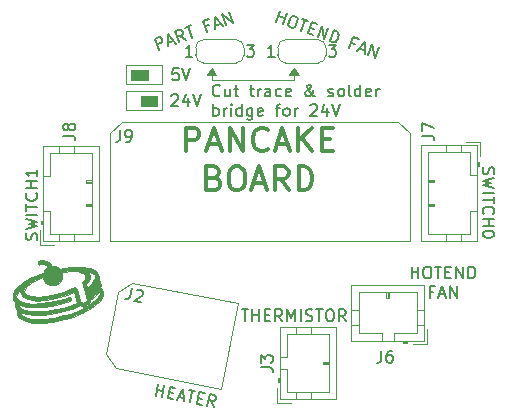
<source format=gbr>
%TF.GenerationSoftware,KiCad,Pcbnew,(5.1.9-0-10_14)*%
%TF.CreationDate,2021-09-12T17:19:37+02:00*%
%TF.ProjectId,v0_miniAB_pancake_board,76305f6d-696e-4694-9142-5f70616e6361,rev?*%
%TF.SameCoordinates,Original*%
%TF.FileFunction,Legend,Top*%
%TF.FilePolarity,Positive*%
%FSLAX46Y46*%
G04 Gerber Fmt 4.6, Leading zero omitted, Abs format (unit mm)*
G04 Created by KiCad (PCBNEW (5.1.9-0-10_14)) date 2021-09-12 17:19:37*
%MOMM*%
%LPD*%
G01*
G04 APERTURE LIST*
%ADD10C,0.300000*%
%ADD11C,0.120000*%
%ADD12C,0.100000*%
%ADD13C,0.150000*%
G04 APERTURE END LIST*
D10*
X93609523Y-94454761D02*
X93609523Y-92454761D01*
X94371428Y-92454761D01*
X94561904Y-92550000D01*
X94657142Y-92645238D01*
X94752380Y-92835714D01*
X94752380Y-93121428D01*
X94657142Y-93311904D01*
X94561904Y-93407142D01*
X94371428Y-93502380D01*
X93609523Y-93502380D01*
X95514285Y-93883333D02*
X96466666Y-93883333D01*
X95323809Y-94454761D02*
X95990476Y-92454761D01*
X96657142Y-94454761D01*
X97323809Y-94454761D02*
X97323809Y-92454761D01*
X98466666Y-94454761D01*
X98466666Y-92454761D01*
X100561904Y-94264285D02*
X100466666Y-94359523D01*
X100180952Y-94454761D01*
X99990476Y-94454761D01*
X99704761Y-94359523D01*
X99514285Y-94169047D01*
X99419047Y-93978571D01*
X99323809Y-93597619D01*
X99323809Y-93311904D01*
X99419047Y-92930952D01*
X99514285Y-92740476D01*
X99704761Y-92550000D01*
X99990476Y-92454761D01*
X100180952Y-92454761D01*
X100466666Y-92550000D01*
X100561904Y-92645238D01*
X101323809Y-93883333D02*
X102276190Y-93883333D01*
X101133333Y-94454761D02*
X101800000Y-92454761D01*
X102466666Y-94454761D01*
X103133333Y-94454761D02*
X103133333Y-92454761D01*
X104276190Y-94454761D02*
X103419047Y-93311904D01*
X104276190Y-92454761D02*
X103133333Y-93597619D01*
X105133333Y-93407142D02*
X105800000Y-93407142D01*
X106085714Y-94454761D02*
X105133333Y-94454761D01*
X105133333Y-92454761D01*
X106085714Y-92454761D01*
X96038095Y-96707142D02*
X96323809Y-96802380D01*
X96419047Y-96897619D01*
X96514285Y-97088095D01*
X96514285Y-97373809D01*
X96419047Y-97564285D01*
X96323809Y-97659523D01*
X96133333Y-97754761D01*
X95371428Y-97754761D01*
X95371428Y-95754761D01*
X96038095Y-95754761D01*
X96228571Y-95850000D01*
X96323809Y-95945238D01*
X96419047Y-96135714D01*
X96419047Y-96326190D01*
X96323809Y-96516666D01*
X96228571Y-96611904D01*
X96038095Y-96707142D01*
X95371428Y-96707142D01*
X97752380Y-95754761D02*
X98133333Y-95754761D01*
X98323809Y-95850000D01*
X98514285Y-96040476D01*
X98609523Y-96421428D01*
X98609523Y-97088095D01*
X98514285Y-97469047D01*
X98323809Y-97659523D01*
X98133333Y-97754761D01*
X97752380Y-97754761D01*
X97561904Y-97659523D01*
X97371428Y-97469047D01*
X97276190Y-97088095D01*
X97276190Y-96421428D01*
X97371428Y-96040476D01*
X97561904Y-95850000D01*
X97752380Y-95754761D01*
X99371428Y-97183333D02*
X100323809Y-97183333D01*
X99180952Y-97754761D02*
X99847619Y-95754761D01*
X100514285Y-97754761D01*
X102323809Y-97754761D02*
X101657142Y-96802380D01*
X101180952Y-97754761D02*
X101180952Y-95754761D01*
X101942857Y-95754761D01*
X102133333Y-95850000D01*
X102228571Y-95945238D01*
X102323809Y-96135714D01*
X102323809Y-96421428D01*
X102228571Y-96611904D01*
X102133333Y-96707142D01*
X101942857Y-96802380D01*
X101180952Y-96802380D01*
X103180952Y-97754761D02*
X103180952Y-95754761D01*
X103657142Y-95754761D01*
X103942857Y-95850000D01*
X104133333Y-96040476D01*
X104228571Y-96230952D01*
X104323809Y-96611904D01*
X104323809Y-96897619D01*
X104228571Y-97278571D01*
X104133333Y-97469047D01*
X103942857Y-97659523D01*
X103657142Y-97754761D01*
X103180952Y-97754761D01*
D11*
X91600000Y-91000000D02*
X91600000Y-89400000D01*
X88600000Y-89400000D02*
X88600000Y-91000000D01*
X88600000Y-91000000D02*
X91600000Y-91000000D01*
X91600000Y-89400000D02*
X88600000Y-89400000D01*
D12*
G36*
X91200000Y-90600000D02*
G01*
X89800000Y-90600000D01*
X89800000Y-89800000D01*
X91200000Y-89800000D01*
X91200000Y-90600000D01*
G37*
X91200000Y-90600000D02*
X89800000Y-90600000D01*
X89800000Y-89800000D01*
X91200000Y-89800000D01*
X91200000Y-90600000D01*
D13*
X92409523Y-89747619D02*
X92457142Y-89700000D01*
X92552380Y-89652380D01*
X92790476Y-89652380D01*
X92885714Y-89700000D01*
X92933333Y-89747619D01*
X92980952Y-89842857D01*
X92980952Y-89938095D01*
X92933333Y-90080952D01*
X92361904Y-90652380D01*
X92980952Y-90652380D01*
X93838095Y-89985714D02*
X93838095Y-90652380D01*
X93600000Y-89604761D02*
X93361904Y-90319047D01*
X93980952Y-90319047D01*
X94219047Y-89652380D02*
X94552380Y-90652380D01*
X94885714Y-89652380D01*
X93009523Y-87452380D02*
X92533333Y-87452380D01*
X92485714Y-87928571D01*
X92533333Y-87880952D01*
X92628571Y-87833333D01*
X92866666Y-87833333D01*
X92961904Y-87880952D01*
X93009523Y-87928571D01*
X93057142Y-88023809D01*
X93057142Y-88261904D01*
X93009523Y-88357142D01*
X92961904Y-88404761D01*
X92866666Y-88452380D01*
X92628571Y-88452380D01*
X92533333Y-88404761D01*
X92485714Y-88357142D01*
X93342857Y-87452380D02*
X93676190Y-88452380D01*
X94009523Y-87452380D01*
D11*
X91600000Y-87200000D02*
X88600000Y-87200000D01*
X91600000Y-88800000D02*
X91600000Y-87200000D01*
X88600000Y-88800000D02*
X91600000Y-88800000D01*
X88600000Y-87200000D02*
X88600000Y-88800000D01*
D12*
G36*
X90400000Y-88400000D02*
G01*
X89000000Y-88400000D01*
X89000000Y-87600000D01*
X90400000Y-87600000D01*
X90400000Y-88400000D01*
G37*
X90400000Y-88400000D02*
X89000000Y-88400000D01*
X89000000Y-87600000D01*
X90400000Y-87600000D01*
X90400000Y-88400000D01*
D13*
X81004761Y-101976190D02*
X81052380Y-101833333D01*
X81052380Y-101595238D01*
X81004761Y-101500000D01*
X80957142Y-101452380D01*
X80861904Y-101404761D01*
X80766666Y-101404761D01*
X80671428Y-101452380D01*
X80623809Y-101500000D01*
X80576190Y-101595238D01*
X80528571Y-101785714D01*
X80480952Y-101880952D01*
X80433333Y-101928571D01*
X80338095Y-101976190D01*
X80242857Y-101976190D01*
X80147619Y-101928571D01*
X80100000Y-101880952D01*
X80052380Y-101785714D01*
X80052380Y-101547619D01*
X80100000Y-101404761D01*
X80052380Y-101071428D02*
X81052380Y-100833333D01*
X80338095Y-100642857D01*
X81052380Y-100452380D01*
X80052380Y-100214285D01*
X81052380Y-99833333D02*
X80052380Y-99833333D01*
X80052380Y-99500000D02*
X80052380Y-98928571D01*
X81052380Y-99214285D02*
X80052380Y-99214285D01*
X80957142Y-98023809D02*
X81004761Y-98071428D01*
X81052380Y-98214285D01*
X81052380Y-98309523D01*
X81004761Y-98452380D01*
X80909523Y-98547619D01*
X80814285Y-98595238D01*
X80623809Y-98642857D01*
X80480952Y-98642857D01*
X80290476Y-98595238D01*
X80195238Y-98547619D01*
X80100000Y-98452380D01*
X80052380Y-98309523D01*
X80052380Y-98214285D01*
X80100000Y-98071428D01*
X80147619Y-98023809D01*
X81052380Y-97595238D02*
X80052380Y-97595238D01*
X80528571Y-97595238D02*
X80528571Y-97023809D01*
X81052380Y-97023809D02*
X80052380Y-97023809D01*
X81052380Y-96023809D02*
X81052380Y-96595238D01*
X81052380Y-96309523D02*
X80052380Y-96309523D01*
X80195238Y-96404761D01*
X80290476Y-96500000D01*
X80338095Y-96595238D01*
X118795238Y-95823809D02*
X118747619Y-95966666D01*
X118747619Y-96204761D01*
X118795238Y-96300000D01*
X118842857Y-96347619D01*
X118938095Y-96395238D01*
X119033333Y-96395238D01*
X119128571Y-96347619D01*
X119176190Y-96300000D01*
X119223809Y-96204761D01*
X119271428Y-96014285D01*
X119319047Y-95919047D01*
X119366666Y-95871428D01*
X119461904Y-95823809D01*
X119557142Y-95823809D01*
X119652380Y-95871428D01*
X119700000Y-95919047D01*
X119747619Y-96014285D01*
X119747619Y-96252380D01*
X119700000Y-96395238D01*
X119747619Y-96728571D02*
X118747619Y-96966666D01*
X119461904Y-97157142D01*
X118747619Y-97347619D01*
X119747619Y-97585714D01*
X118747619Y-97966666D02*
X119747619Y-97966666D01*
X119747619Y-98300000D02*
X119747619Y-98871428D01*
X118747619Y-98585714D02*
X119747619Y-98585714D01*
X118842857Y-99776190D02*
X118795238Y-99728571D01*
X118747619Y-99585714D01*
X118747619Y-99490476D01*
X118795238Y-99347619D01*
X118890476Y-99252380D01*
X118985714Y-99204761D01*
X119176190Y-99157142D01*
X119319047Y-99157142D01*
X119509523Y-99204761D01*
X119604761Y-99252380D01*
X119700000Y-99347619D01*
X119747619Y-99490476D01*
X119747619Y-99585714D01*
X119700000Y-99728571D01*
X119652380Y-99776190D01*
X118747619Y-100204761D02*
X119747619Y-100204761D01*
X119271428Y-100204761D02*
X119271428Y-100776190D01*
X118747619Y-100776190D02*
X119747619Y-100776190D01*
X119747619Y-101442857D02*
X119747619Y-101538095D01*
X119700000Y-101633333D01*
X119652380Y-101680952D01*
X119557142Y-101728571D01*
X119366666Y-101776190D01*
X119128571Y-101776190D01*
X118938095Y-101728571D01*
X118842857Y-101680952D01*
X118795238Y-101633333D01*
X118747619Y-101538095D01*
X118747619Y-101442857D01*
X118795238Y-101347619D01*
X118842857Y-101300000D01*
X118938095Y-101252380D01*
X119128571Y-101204761D01*
X119366666Y-101204761D01*
X119557142Y-101252380D01*
X119652380Y-101300000D01*
X119700000Y-101347619D01*
X119747619Y-101442857D01*
X112733333Y-105227380D02*
X112733333Y-104227380D01*
X112733333Y-104703571D02*
X113304761Y-104703571D01*
X113304761Y-105227380D02*
X113304761Y-104227380D01*
X113971428Y-104227380D02*
X114161904Y-104227380D01*
X114257142Y-104275000D01*
X114352380Y-104370238D01*
X114400000Y-104560714D01*
X114400000Y-104894047D01*
X114352380Y-105084523D01*
X114257142Y-105179761D01*
X114161904Y-105227380D01*
X113971428Y-105227380D01*
X113876190Y-105179761D01*
X113780952Y-105084523D01*
X113733333Y-104894047D01*
X113733333Y-104560714D01*
X113780952Y-104370238D01*
X113876190Y-104275000D01*
X113971428Y-104227380D01*
X114685714Y-104227380D02*
X115257142Y-104227380D01*
X114971428Y-105227380D02*
X114971428Y-104227380D01*
X115590476Y-104703571D02*
X115923809Y-104703571D01*
X116066666Y-105227380D02*
X115590476Y-105227380D01*
X115590476Y-104227380D01*
X116066666Y-104227380D01*
X116495238Y-105227380D02*
X116495238Y-104227380D01*
X117066666Y-105227380D01*
X117066666Y-104227380D01*
X117542857Y-105227380D02*
X117542857Y-104227380D01*
X117780952Y-104227380D01*
X117923809Y-104275000D01*
X118019047Y-104370238D01*
X118066666Y-104465476D01*
X118114285Y-104655952D01*
X118114285Y-104798809D01*
X118066666Y-104989285D01*
X118019047Y-105084523D01*
X117923809Y-105179761D01*
X117780952Y-105227380D01*
X117542857Y-105227380D01*
X114590476Y-106353571D02*
X114257142Y-106353571D01*
X114257142Y-106877380D02*
X114257142Y-105877380D01*
X114733333Y-105877380D01*
X115066666Y-106591666D02*
X115542857Y-106591666D01*
X114971428Y-106877380D02*
X115304761Y-105877380D01*
X115638095Y-106877380D01*
X115971428Y-106877380D02*
X115971428Y-105877380D01*
X116542857Y-106877380D01*
X116542857Y-105877380D01*
X98347619Y-107852380D02*
X98919047Y-107852380D01*
X98633333Y-108852380D02*
X98633333Y-107852380D01*
X99252380Y-108852380D02*
X99252380Y-107852380D01*
X99252380Y-108328571D02*
X99823809Y-108328571D01*
X99823809Y-108852380D02*
X99823809Y-107852380D01*
X100300000Y-108328571D02*
X100633333Y-108328571D01*
X100776190Y-108852380D02*
X100300000Y-108852380D01*
X100300000Y-107852380D01*
X100776190Y-107852380D01*
X101776190Y-108852380D02*
X101442857Y-108376190D01*
X101204761Y-108852380D02*
X101204761Y-107852380D01*
X101585714Y-107852380D01*
X101680952Y-107900000D01*
X101728571Y-107947619D01*
X101776190Y-108042857D01*
X101776190Y-108185714D01*
X101728571Y-108280952D01*
X101680952Y-108328571D01*
X101585714Y-108376190D01*
X101204761Y-108376190D01*
X102204761Y-108852380D02*
X102204761Y-107852380D01*
X102538095Y-108566666D01*
X102871428Y-107852380D01*
X102871428Y-108852380D01*
X103347619Y-108852380D02*
X103347619Y-107852380D01*
X103776190Y-108804761D02*
X103919047Y-108852380D01*
X104157142Y-108852380D01*
X104252380Y-108804761D01*
X104300000Y-108757142D01*
X104347619Y-108661904D01*
X104347619Y-108566666D01*
X104300000Y-108471428D01*
X104252380Y-108423809D01*
X104157142Y-108376190D01*
X103966666Y-108328571D01*
X103871428Y-108280952D01*
X103823809Y-108233333D01*
X103776190Y-108138095D01*
X103776190Y-108042857D01*
X103823809Y-107947619D01*
X103871428Y-107900000D01*
X103966666Y-107852380D01*
X104204761Y-107852380D01*
X104347619Y-107900000D01*
X104633333Y-107852380D02*
X105204761Y-107852380D01*
X104919047Y-108852380D02*
X104919047Y-107852380D01*
X105728571Y-107852380D02*
X105919047Y-107852380D01*
X106014285Y-107900000D01*
X106109523Y-107995238D01*
X106157142Y-108185714D01*
X106157142Y-108519047D01*
X106109523Y-108709523D01*
X106014285Y-108804761D01*
X105919047Y-108852380D01*
X105728571Y-108852380D01*
X105633333Y-108804761D01*
X105538095Y-108709523D01*
X105490476Y-108519047D01*
X105490476Y-108185714D01*
X105538095Y-107995238D01*
X105633333Y-107900000D01*
X105728571Y-107852380D01*
X107157142Y-108852380D02*
X106823809Y-108376190D01*
X106585714Y-108852380D02*
X106585714Y-107852380D01*
X106966666Y-107852380D01*
X107061904Y-107900000D01*
X107109523Y-107947619D01*
X107157142Y-108042857D01*
X107157142Y-108185714D01*
X107109523Y-108280952D01*
X107061904Y-108328571D01*
X106966666Y-108376190D01*
X106585714Y-108376190D01*
X91059613Y-115167046D02*
X91250422Y-114185419D01*
X91159561Y-114652861D02*
X91720491Y-114761894D01*
X91620543Y-115276080D02*
X91811352Y-114294453D01*
X92187932Y-114852756D02*
X92515141Y-114916359D01*
X92555426Y-115457803D02*
X92087985Y-115366942D01*
X92278794Y-114385314D01*
X92746235Y-114476176D01*
X92983896Y-115250027D02*
X93451338Y-115340889D01*
X92835891Y-115512320D02*
X93353909Y-114594296D01*
X93490309Y-115639526D01*
X93868095Y-114694243D02*
X94429024Y-114803277D01*
X93957751Y-115730387D02*
X94148560Y-114748760D01*
X94665372Y-115334321D02*
X94992581Y-115397924D01*
X95032866Y-115939369D02*
X94565425Y-115848507D01*
X94756234Y-114866880D01*
X95223675Y-114957741D01*
X96014493Y-116130178D02*
X95778146Y-115599133D01*
X95453563Y-116021144D02*
X95644372Y-115039517D01*
X96018326Y-115112206D01*
X96102728Y-115177122D01*
X96140386Y-115232953D01*
X96168958Y-115335527D01*
X96141699Y-115475759D01*
X96076783Y-115560162D01*
X96020953Y-115597820D01*
X95918378Y-115626391D01*
X95544425Y-115553702D01*
X96507023Y-89732142D02*
X96459404Y-89779761D01*
X96316547Y-89827380D01*
X96221309Y-89827380D01*
X96078452Y-89779761D01*
X95983214Y-89684523D01*
X95935595Y-89589285D01*
X95887976Y-89398809D01*
X95887976Y-89255952D01*
X95935595Y-89065476D01*
X95983214Y-88970238D01*
X96078452Y-88875000D01*
X96221309Y-88827380D01*
X96316547Y-88827380D01*
X96459404Y-88875000D01*
X96507023Y-88922619D01*
X97364166Y-89160714D02*
X97364166Y-89827380D01*
X96935595Y-89160714D02*
X96935595Y-89684523D01*
X96983214Y-89779761D01*
X97078452Y-89827380D01*
X97221309Y-89827380D01*
X97316547Y-89779761D01*
X97364166Y-89732142D01*
X97697500Y-89160714D02*
X98078452Y-89160714D01*
X97840357Y-88827380D02*
X97840357Y-89684523D01*
X97887976Y-89779761D01*
X97983214Y-89827380D01*
X98078452Y-89827380D01*
X99030833Y-89160714D02*
X99411785Y-89160714D01*
X99173690Y-88827380D02*
X99173690Y-89684523D01*
X99221309Y-89779761D01*
X99316547Y-89827380D01*
X99411785Y-89827380D01*
X99745119Y-89827380D02*
X99745119Y-89160714D01*
X99745119Y-89351190D02*
X99792738Y-89255952D01*
X99840357Y-89208333D01*
X99935595Y-89160714D01*
X100030833Y-89160714D01*
X100792738Y-89827380D02*
X100792738Y-89303571D01*
X100745119Y-89208333D01*
X100649880Y-89160714D01*
X100459404Y-89160714D01*
X100364166Y-89208333D01*
X100792738Y-89779761D02*
X100697500Y-89827380D01*
X100459404Y-89827380D01*
X100364166Y-89779761D01*
X100316547Y-89684523D01*
X100316547Y-89589285D01*
X100364166Y-89494047D01*
X100459404Y-89446428D01*
X100697500Y-89446428D01*
X100792738Y-89398809D01*
X101697500Y-89779761D02*
X101602261Y-89827380D01*
X101411785Y-89827380D01*
X101316547Y-89779761D01*
X101268928Y-89732142D01*
X101221309Y-89636904D01*
X101221309Y-89351190D01*
X101268928Y-89255952D01*
X101316547Y-89208333D01*
X101411785Y-89160714D01*
X101602261Y-89160714D01*
X101697500Y-89208333D01*
X102507023Y-89779761D02*
X102411785Y-89827380D01*
X102221309Y-89827380D01*
X102126071Y-89779761D01*
X102078452Y-89684523D01*
X102078452Y-89303571D01*
X102126071Y-89208333D01*
X102221309Y-89160714D01*
X102411785Y-89160714D01*
X102507023Y-89208333D01*
X102554642Y-89303571D01*
X102554642Y-89398809D01*
X102078452Y-89494047D01*
X104554642Y-89827380D02*
X104507023Y-89827380D01*
X104411785Y-89779761D01*
X104268928Y-89636904D01*
X104030833Y-89351190D01*
X103935595Y-89208333D01*
X103887976Y-89065476D01*
X103887976Y-88970238D01*
X103935595Y-88875000D01*
X104030833Y-88827380D01*
X104078452Y-88827380D01*
X104173690Y-88875000D01*
X104221309Y-88970238D01*
X104221309Y-89017857D01*
X104173690Y-89113095D01*
X104126071Y-89160714D01*
X103840357Y-89351190D01*
X103792738Y-89398809D01*
X103745119Y-89494047D01*
X103745119Y-89636904D01*
X103792738Y-89732142D01*
X103840357Y-89779761D01*
X103935595Y-89827380D01*
X104078452Y-89827380D01*
X104173690Y-89779761D01*
X104221309Y-89732142D01*
X104364166Y-89541666D01*
X104411785Y-89398809D01*
X104411785Y-89303571D01*
X105697500Y-89779761D02*
X105792738Y-89827380D01*
X105983214Y-89827380D01*
X106078452Y-89779761D01*
X106126071Y-89684523D01*
X106126071Y-89636904D01*
X106078452Y-89541666D01*
X105983214Y-89494047D01*
X105840357Y-89494047D01*
X105745119Y-89446428D01*
X105697500Y-89351190D01*
X105697500Y-89303571D01*
X105745119Y-89208333D01*
X105840357Y-89160714D01*
X105983214Y-89160714D01*
X106078452Y-89208333D01*
X106697500Y-89827380D02*
X106602261Y-89779761D01*
X106554642Y-89732142D01*
X106507023Y-89636904D01*
X106507023Y-89351190D01*
X106554642Y-89255952D01*
X106602261Y-89208333D01*
X106697500Y-89160714D01*
X106840357Y-89160714D01*
X106935595Y-89208333D01*
X106983214Y-89255952D01*
X107030833Y-89351190D01*
X107030833Y-89636904D01*
X106983214Y-89732142D01*
X106935595Y-89779761D01*
X106840357Y-89827380D01*
X106697500Y-89827380D01*
X107602261Y-89827380D02*
X107507023Y-89779761D01*
X107459404Y-89684523D01*
X107459404Y-88827380D01*
X108411785Y-89827380D02*
X108411785Y-88827380D01*
X108411785Y-89779761D02*
X108316547Y-89827380D01*
X108126071Y-89827380D01*
X108030833Y-89779761D01*
X107983214Y-89732142D01*
X107935595Y-89636904D01*
X107935595Y-89351190D01*
X107983214Y-89255952D01*
X108030833Y-89208333D01*
X108126071Y-89160714D01*
X108316547Y-89160714D01*
X108411785Y-89208333D01*
X109268928Y-89779761D02*
X109173690Y-89827380D01*
X108983214Y-89827380D01*
X108887976Y-89779761D01*
X108840357Y-89684523D01*
X108840357Y-89303571D01*
X108887976Y-89208333D01*
X108983214Y-89160714D01*
X109173690Y-89160714D01*
X109268928Y-89208333D01*
X109316547Y-89303571D01*
X109316547Y-89398809D01*
X108840357Y-89494047D01*
X109745119Y-89827380D02*
X109745119Y-89160714D01*
X109745119Y-89351190D02*
X109792738Y-89255952D01*
X109840357Y-89208333D01*
X109935595Y-89160714D01*
X110030833Y-89160714D01*
X95935595Y-91477380D02*
X95935595Y-90477380D01*
X95935595Y-90858333D02*
X96030833Y-90810714D01*
X96221309Y-90810714D01*
X96316547Y-90858333D01*
X96364166Y-90905952D01*
X96411785Y-91001190D01*
X96411785Y-91286904D01*
X96364166Y-91382142D01*
X96316547Y-91429761D01*
X96221309Y-91477380D01*
X96030833Y-91477380D01*
X95935595Y-91429761D01*
X96840357Y-91477380D02*
X96840357Y-90810714D01*
X96840357Y-91001190D02*
X96887976Y-90905952D01*
X96935595Y-90858333D01*
X97030833Y-90810714D01*
X97126071Y-90810714D01*
X97459404Y-91477380D02*
X97459404Y-90810714D01*
X97459404Y-90477380D02*
X97411785Y-90525000D01*
X97459404Y-90572619D01*
X97507023Y-90525000D01*
X97459404Y-90477380D01*
X97459404Y-90572619D01*
X98364166Y-91477380D02*
X98364166Y-90477380D01*
X98364166Y-91429761D02*
X98268928Y-91477380D01*
X98078452Y-91477380D01*
X97983214Y-91429761D01*
X97935595Y-91382142D01*
X97887976Y-91286904D01*
X97887976Y-91001190D01*
X97935595Y-90905952D01*
X97983214Y-90858333D01*
X98078452Y-90810714D01*
X98268928Y-90810714D01*
X98364166Y-90858333D01*
X99268928Y-90810714D02*
X99268928Y-91620238D01*
X99221309Y-91715476D01*
X99173690Y-91763095D01*
X99078452Y-91810714D01*
X98935595Y-91810714D01*
X98840357Y-91763095D01*
X99268928Y-91429761D02*
X99173690Y-91477380D01*
X98983214Y-91477380D01*
X98887976Y-91429761D01*
X98840357Y-91382142D01*
X98792738Y-91286904D01*
X98792738Y-91001190D01*
X98840357Y-90905952D01*
X98887976Y-90858333D01*
X98983214Y-90810714D01*
X99173690Y-90810714D01*
X99268928Y-90858333D01*
X100126071Y-91429761D02*
X100030833Y-91477380D01*
X99840357Y-91477380D01*
X99745119Y-91429761D01*
X99697500Y-91334523D01*
X99697500Y-90953571D01*
X99745119Y-90858333D01*
X99840357Y-90810714D01*
X100030833Y-90810714D01*
X100126071Y-90858333D01*
X100173690Y-90953571D01*
X100173690Y-91048809D01*
X99697500Y-91144047D01*
X101221309Y-90810714D02*
X101602261Y-90810714D01*
X101364166Y-91477380D02*
X101364166Y-90620238D01*
X101411785Y-90525000D01*
X101507023Y-90477380D01*
X101602261Y-90477380D01*
X102078452Y-91477380D02*
X101983214Y-91429761D01*
X101935595Y-91382142D01*
X101887976Y-91286904D01*
X101887976Y-91001190D01*
X101935595Y-90905952D01*
X101983214Y-90858333D01*
X102078452Y-90810714D01*
X102221309Y-90810714D01*
X102316547Y-90858333D01*
X102364166Y-90905952D01*
X102411785Y-91001190D01*
X102411785Y-91286904D01*
X102364166Y-91382142D01*
X102316547Y-91429761D01*
X102221309Y-91477380D01*
X102078452Y-91477380D01*
X102840357Y-91477380D02*
X102840357Y-90810714D01*
X102840357Y-91001190D02*
X102887976Y-90905952D01*
X102935595Y-90858333D01*
X103030833Y-90810714D01*
X103126071Y-90810714D01*
X104173690Y-90572619D02*
X104221309Y-90525000D01*
X104316547Y-90477380D01*
X104554642Y-90477380D01*
X104649880Y-90525000D01*
X104697500Y-90572619D01*
X104745119Y-90667857D01*
X104745119Y-90763095D01*
X104697500Y-90905952D01*
X104126071Y-91477380D01*
X104745119Y-91477380D01*
X105602261Y-90810714D02*
X105602261Y-91477380D01*
X105364166Y-90429761D02*
X105126071Y-91144047D01*
X105745119Y-91144047D01*
X105983214Y-90477380D02*
X106316547Y-91477380D01*
X106649880Y-90477380D01*
D11*
X95800000Y-88000000D02*
X95800000Y-88400000D01*
X95800000Y-88400000D02*
X95800000Y-88000000D01*
X102800000Y-88400000D02*
X95800000Y-88400000D01*
X102800000Y-88000000D02*
X102800000Y-88400000D01*
D12*
G36*
X96200000Y-88000000D02*
G01*
X95400000Y-88000000D01*
X95800000Y-87400000D01*
X96200000Y-88000000D01*
G37*
X96200000Y-88000000D02*
X95400000Y-88000000D01*
X95800000Y-87400000D01*
X96200000Y-88000000D01*
G36*
X103200000Y-88000000D02*
G01*
X102400000Y-88000000D01*
X102800000Y-87400000D01*
X103200000Y-88000000D01*
G37*
X103200000Y-88000000D02*
X102400000Y-88000000D01*
X102800000Y-87400000D01*
X103200000Y-88000000D01*
D13*
X101283780Y-83510438D02*
X101625800Y-82570745D01*
X101462934Y-83018218D02*
X101999901Y-83213658D01*
X101820747Y-83705878D02*
X102162768Y-82766185D01*
X102789229Y-82994199D02*
X102968218Y-83059345D01*
X103041426Y-83136666D01*
X103098347Y-83258734D01*
X103077948Y-83454010D01*
X102963941Y-83767241D01*
X102854047Y-83929943D01*
X102731979Y-83986864D01*
X102626198Y-83999038D01*
X102447209Y-83933891D01*
X102374001Y-83856571D01*
X102317080Y-83734503D01*
X102337480Y-83539227D01*
X102451486Y-83225996D01*
X102561380Y-83063294D01*
X102683448Y-83006373D01*
X102789229Y-82994199D01*
X103460438Y-83238499D02*
X103997406Y-83433939D01*
X103386902Y-84275912D02*
X103728922Y-83336219D01*
X104147770Y-83995418D02*
X104461001Y-84109425D01*
X104416089Y-84650505D02*
X103968616Y-84487638D01*
X104310636Y-83547946D01*
X104758109Y-83710812D01*
X104818814Y-84797085D02*
X105160834Y-83857392D01*
X105355782Y-84992525D01*
X105697802Y-84052833D01*
X105803254Y-85155392D02*
X106145274Y-84215699D01*
X106369011Y-84297133D01*
X106486966Y-84390740D01*
X106543887Y-84512808D01*
X106556061Y-84618589D01*
X106535662Y-84813865D01*
X106486802Y-84948107D01*
X106376908Y-85110809D01*
X106299587Y-85184017D01*
X106177519Y-85240938D01*
X106026991Y-85236825D01*
X105803254Y-85155392D01*
X107951287Y-85379786D02*
X107638057Y-85265779D01*
X107458903Y-85757999D02*
X107800923Y-84818306D01*
X108248396Y-84981173D01*
X108317327Y-85766389D02*
X108764799Y-85929255D01*
X108130112Y-86002299D02*
X108785363Y-85176613D01*
X108756574Y-86230312D01*
X109069805Y-86344319D02*
X109411825Y-85404626D01*
X109606772Y-86539759D01*
X109948792Y-85600067D01*
X91322414Y-85865166D02*
X90980394Y-84925473D01*
X91338372Y-84795180D01*
X91444153Y-84807354D01*
X91505187Y-84835814D01*
X91582508Y-84909022D01*
X91631368Y-85043264D01*
X91619194Y-85149045D01*
X91590733Y-85210079D01*
X91517526Y-85287400D01*
X91159547Y-85417693D01*
X92119639Y-85270949D02*
X92567112Y-85108082D01*
X92127865Y-85572006D02*
X92099076Y-84518306D01*
X92754327Y-85343992D01*
X93604525Y-85034545D02*
X93128427Y-84701079D01*
X93067558Y-85229985D02*
X92725537Y-84290293D01*
X93083516Y-84159999D01*
X93189297Y-84172173D01*
X93250331Y-84200634D01*
X93327651Y-84273842D01*
X93376511Y-84408084D01*
X93364337Y-84513865D01*
X93335877Y-84574899D01*
X93262669Y-84652219D01*
X92904691Y-84782513D01*
X93530988Y-83997133D02*
X94067955Y-83801693D01*
X94141492Y-84839105D02*
X93799472Y-83899413D01*
X95573240Y-83760565D02*
X95260009Y-83874572D01*
X95439163Y-84366792D02*
X95097143Y-83427099D01*
X95544615Y-83264232D01*
X96102146Y-83821435D02*
X96549619Y-83658568D01*
X96110372Y-84122492D02*
X96081583Y-83068792D01*
X96736834Y-83894478D01*
X97050064Y-83780471D02*
X96708044Y-82840779D01*
X97587032Y-83585031D01*
X97245011Y-82645339D01*
D12*
%TO.C,REF\u002A\u002A*%
G36*
X81651979Y-105080973D02*
G01*
X81410497Y-105145678D01*
X80953416Y-105371680D01*
X80544631Y-105584741D01*
X80210025Y-105881454D01*
X79972011Y-106152284D01*
X79940123Y-106419648D01*
X80149717Y-106622306D01*
X80600792Y-106760260D01*
X81122578Y-106775740D01*
X81789252Y-106752396D01*
X82623230Y-106580696D01*
X83347674Y-106386582D01*
X83853052Y-106147639D01*
X84226481Y-105995815D01*
X84336015Y-106018229D01*
X84423134Y-106150177D01*
X84681953Y-107116103D01*
X84418057Y-107290341D01*
X84172179Y-106372712D01*
X83521913Y-106650478D01*
X82266209Y-106986943D01*
X81055334Y-107104340D01*
X80301541Y-106995736D01*
X79947058Y-106831900D01*
X79750405Y-106677538D01*
X79650345Y-106497294D01*
X79598582Y-106304108D01*
X79656351Y-106133338D01*
X79418337Y-106404168D01*
X79312271Y-106587880D01*
X79267443Y-106806947D01*
X79293324Y-106903540D01*
X79441681Y-107070843D01*
X79734926Y-107199324D01*
X80124764Y-107301922D01*
X80659491Y-107365698D01*
X81326165Y-107342354D01*
X82076492Y-107244832D01*
X82910469Y-107073133D01*
X83393432Y-106943723D01*
X83766862Y-106791899D01*
X83889336Y-106862610D01*
X83928159Y-107007499D01*
X83857448Y-107129973D01*
X82311967Y-107544084D01*
X81561641Y-107641605D01*
X80846670Y-107677890D01*
X80215351Y-107639996D01*
X79838454Y-107585694D01*
X79545208Y-107457213D01*
X79448616Y-107483095D01*
X79346017Y-107872933D01*
X79184720Y-107657334D01*
X79132956Y-107464148D01*
X79177785Y-107245081D01*
X79016488Y-107029482D01*
X78964724Y-106836297D01*
X78996612Y-106568933D01*
X79195803Y-106153214D01*
X79565765Y-105795264D01*
X79996964Y-105472669D01*
X80621348Y-105098310D01*
X81139666Y-104907664D01*
X81561392Y-104742899D01*
X81651979Y-105080973D01*
G37*
X81651979Y-105080973D02*
X81410497Y-105145678D01*
X80953416Y-105371680D01*
X80544631Y-105584741D01*
X80210025Y-105881454D01*
X79972011Y-106152284D01*
X79940123Y-106419648D01*
X80149717Y-106622306D01*
X80600792Y-106760260D01*
X81122578Y-106775740D01*
X81789252Y-106752396D01*
X82623230Y-106580696D01*
X83347674Y-106386582D01*
X83853052Y-106147639D01*
X84226481Y-105995815D01*
X84336015Y-106018229D01*
X84423134Y-106150177D01*
X84681953Y-107116103D01*
X84418057Y-107290341D01*
X84172179Y-106372712D01*
X83521913Y-106650478D01*
X82266209Y-106986943D01*
X81055334Y-107104340D01*
X80301541Y-106995736D01*
X79947058Y-106831900D01*
X79750405Y-106677538D01*
X79650345Y-106497294D01*
X79598582Y-106304108D01*
X79656351Y-106133338D01*
X79418337Y-106404168D01*
X79312271Y-106587880D01*
X79267443Y-106806947D01*
X79293324Y-106903540D01*
X79441681Y-107070843D01*
X79734926Y-107199324D01*
X80124764Y-107301922D01*
X80659491Y-107365698D01*
X81326165Y-107342354D01*
X82076492Y-107244832D01*
X82910469Y-107073133D01*
X83393432Y-106943723D01*
X83766862Y-106791899D01*
X83889336Y-106862610D01*
X83928159Y-107007499D01*
X83857448Y-107129973D01*
X82311967Y-107544084D01*
X81561641Y-107641605D01*
X80846670Y-107677890D01*
X80215351Y-107639996D01*
X79838454Y-107585694D01*
X79545208Y-107457213D01*
X79448616Y-107483095D01*
X79346017Y-107872933D01*
X79184720Y-107657334D01*
X79132956Y-107464148D01*
X79177785Y-107245081D01*
X79016488Y-107029482D01*
X78964724Y-106836297D01*
X78996612Y-106568933D01*
X79195803Y-106153214D01*
X79565765Y-105795264D01*
X79996964Y-105472669D01*
X80621348Y-105098310D01*
X81139666Y-104907664D01*
X81561392Y-104742899D01*
X81651979Y-105080973D01*
G36*
X79548676Y-107663340D02*
G01*
X79745329Y-107817702D01*
X80367175Y-108013425D01*
X81095086Y-108025437D01*
X81810057Y-107989153D01*
X82705272Y-107852808D01*
X83526309Y-107632812D01*
X84418057Y-107290341D01*
X84681953Y-107116103D01*
X84769072Y-107248051D01*
X84939843Y-107305821D01*
X85084732Y-107266998D01*
X85226153Y-107022049D01*
X85541813Y-107040996D01*
X85496984Y-107260063D01*
X85258970Y-107530894D01*
X84969192Y-107608539D01*
X84750125Y-107563711D01*
X84627651Y-107493000D01*
X84267162Y-107693120D01*
X83603955Y-107922590D01*
X82589733Y-108194350D01*
X81584984Y-108308280D01*
X80821717Y-108357505D01*
X80129161Y-108284256D01*
X79616848Y-108110947D01*
X79716908Y-108291191D01*
X79974798Y-108480909D01*
X80487111Y-108654218D01*
X81530682Y-108685177D01*
X82425897Y-108548832D01*
X83308171Y-108364191D01*
X83385817Y-108653969D01*
X82999447Y-108757497D01*
X82310358Y-108890374D01*
X81560032Y-108987896D01*
X80625994Y-108979351D01*
X80078326Y-108867279D01*
X79723843Y-108703444D01*
X79404716Y-108478371D01*
X79314130Y-108140297D01*
X79346017Y-107872933D01*
X79448616Y-107483095D01*
X79548676Y-107663340D01*
G37*
X79548676Y-107663340D02*
X79745329Y-107817702D01*
X80367175Y-108013425D01*
X81095086Y-108025437D01*
X81810057Y-107989153D01*
X82705272Y-107852808D01*
X83526309Y-107632812D01*
X84418057Y-107290341D01*
X84681953Y-107116103D01*
X84769072Y-107248051D01*
X84939843Y-107305821D01*
X85084732Y-107266998D01*
X85226153Y-107022049D01*
X85541813Y-107040996D01*
X85496984Y-107260063D01*
X85258970Y-107530894D01*
X84969192Y-107608539D01*
X84750125Y-107563711D01*
X84627651Y-107493000D01*
X84267162Y-107693120D01*
X83603955Y-107922590D01*
X82589733Y-108194350D01*
X81584984Y-108308280D01*
X80821717Y-108357505D01*
X80129161Y-108284256D01*
X79616848Y-108110947D01*
X79716908Y-108291191D01*
X79974798Y-108480909D01*
X80487111Y-108654218D01*
X81530682Y-108685177D01*
X82425897Y-108548832D01*
X83308171Y-108364191D01*
X83385817Y-108653969D01*
X82999447Y-108757497D01*
X82310358Y-108890374D01*
X81560032Y-108987896D01*
X80625994Y-108979351D01*
X80078326Y-108867279D01*
X79723843Y-108703444D01*
X79404716Y-108478371D01*
X79314130Y-108140297D01*
X79346017Y-107872933D01*
X79448616Y-107483095D01*
X79548676Y-107663340D01*
G36*
X85353704Y-105952595D02*
G01*
X85688311Y-105655883D01*
X85971154Y-105165985D01*
X85919390Y-104972800D01*
X85648559Y-104734786D01*
X85307017Y-104619246D01*
X85455374Y-104786549D01*
X85533019Y-105076327D01*
X85417480Y-105417869D01*
X85179466Y-105688700D01*
X85257112Y-105978477D01*
X84993216Y-106152716D01*
X84837924Y-105573160D01*
X85075938Y-105302329D01*
X85120767Y-105083262D01*
X85069003Y-104890077D01*
X84824054Y-104748656D01*
X84482513Y-104633116D01*
X84070261Y-104640051D01*
X83052571Y-104705685D01*
X82974925Y-104415907D01*
X83264703Y-104338262D01*
X83966733Y-104253681D01*
X84791237Y-104239811D01*
X85545031Y-104348415D01*
X86034929Y-104631258D01*
X86209168Y-104895154D01*
X86260931Y-105088339D01*
X86241984Y-105403999D01*
X86390341Y-105571302D01*
X86442105Y-105764487D01*
X86397276Y-105983554D01*
X86545632Y-106150857D01*
X86623278Y-106440635D01*
X86578449Y-106659702D01*
X86392199Y-107123718D01*
X85626393Y-107743026D01*
X84808824Y-108169148D01*
X84061965Y-108472796D01*
X83385817Y-108653969D01*
X83308171Y-108364191D01*
X83887727Y-108208900D01*
X84634586Y-107905252D01*
X85452155Y-107479130D01*
X85883354Y-107156535D01*
X86192079Y-106763230D01*
X86333500Y-106518281D01*
X86281736Y-106325096D01*
X85973012Y-106718401D01*
X85541813Y-107040996D01*
X85226153Y-107022049D01*
X84993216Y-106152716D01*
X85353704Y-105952595D01*
G37*
X85353704Y-105952595D02*
X85688311Y-105655883D01*
X85971154Y-105165985D01*
X85919390Y-104972800D01*
X85648559Y-104734786D01*
X85307017Y-104619246D01*
X85455374Y-104786549D01*
X85533019Y-105076327D01*
X85417480Y-105417869D01*
X85179466Y-105688700D01*
X85257112Y-105978477D01*
X84993216Y-106152716D01*
X84837924Y-105573160D01*
X85075938Y-105302329D01*
X85120767Y-105083262D01*
X85069003Y-104890077D01*
X84824054Y-104748656D01*
X84482513Y-104633116D01*
X84070261Y-104640051D01*
X83052571Y-104705685D01*
X82974925Y-104415907D01*
X83264703Y-104338262D01*
X83966733Y-104253681D01*
X84791237Y-104239811D01*
X85545031Y-104348415D01*
X86034929Y-104631258D01*
X86209168Y-104895154D01*
X86260931Y-105088339D01*
X86241984Y-105403999D01*
X86390341Y-105571302D01*
X86442105Y-105764487D01*
X86397276Y-105983554D01*
X86545632Y-106150857D01*
X86623278Y-106440635D01*
X86578449Y-106659702D01*
X86392199Y-107123718D01*
X85626393Y-107743026D01*
X84808824Y-108169148D01*
X84061965Y-108472796D01*
X83385817Y-108653969D01*
X83308171Y-108364191D01*
X83887727Y-108208900D01*
X84634586Y-107905252D01*
X85452155Y-107479130D01*
X85883354Y-107156535D01*
X86192079Y-106763230D01*
X86333500Y-106518281D01*
X86281736Y-106325096D01*
X85973012Y-106718401D01*
X85541813Y-107040996D01*
X85226153Y-107022049D01*
X84993216Y-106152716D01*
X85353704Y-105952595D01*
G36*
X81733092Y-105576877D02*
G01*
X81532972Y-105216388D01*
X81551918Y-104900729D01*
X81596747Y-104681661D01*
X81738169Y-104436713D01*
X81905472Y-104288356D01*
X81879590Y-104191764D01*
X81634641Y-104050342D01*
X81318981Y-104031395D01*
X81222389Y-104057277D01*
X81099914Y-103986567D01*
X81074032Y-103889974D01*
X81144743Y-103767499D01*
X81434521Y-103689854D01*
X81872655Y-103779511D01*
X82117604Y-103920933D01*
X82291842Y-104184829D01*
X82607502Y-104203775D01*
X82974925Y-104415907D01*
X83175045Y-104776396D01*
X83181981Y-105188648D01*
X82969848Y-105556072D01*
X82609360Y-105756192D01*
X82100515Y-105789009D01*
X81733092Y-105576877D01*
G37*
X81733092Y-105576877D02*
X81532972Y-105216388D01*
X81551918Y-104900729D01*
X81596747Y-104681661D01*
X81738169Y-104436713D01*
X81905472Y-104288356D01*
X81879590Y-104191764D01*
X81634641Y-104050342D01*
X81318981Y-104031395D01*
X81222389Y-104057277D01*
X81099914Y-103986567D01*
X81074032Y-103889974D01*
X81144743Y-103767499D01*
X81434521Y-103689854D01*
X81872655Y-103779511D01*
X82117604Y-103920933D01*
X82291842Y-104184829D01*
X82607502Y-104203775D01*
X82974925Y-104415907D01*
X83175045Y-104776396D01*
X83181981Y-105188648D01*
X82969848Y-105556072D01*
X82609360Y-105756192D01*
X82100515Y-105789009D01*
X81733092Y-105576877D01*
D11*
%TO.C,J11*%
X101400000Y-86300000D02*
X101400000Y-85700000D01*
X104850000Y-87000000D02*
X102050000Y-87000000D01*
X105500000Y-85700000D02*
X105500000Y-86300000D01*
X102050000Y-85000000D02*
X104850000Y-85000000D01*
X101400000Y-85700000D02*
G75*
G02*
X102100000Y-85000000I700000J0D01*
G01*
X102100000Y-87000000D02*
G75*
G02*
X101400000Y-86300000I0J700000D01*
G01*
X105500000Y-86300000D02*
G75*
G02*
X104800000Y-87000000I-700000J0D01*
G01*
X104800000Y-85000000D02*
G75*
G02*
X105500000Y-85700000I0J-700000D01*
G01*
%TO.C,J10*%
X94450000Y-86300000D02*
X94450000Y-85700000D01*
X97900000Y-87000000D02*
X95100000Y-87000000D01*
X98550000Y-85700000D02*
X98550000Y-86300000D01*
X95100000Y-85000000D02*
X97900000Y-85000000D01*
X94450000Y-85700000D02*
G75*
G02*
X95150000Y-85000000I700000J0D01*
G01*
X95150000Y-87000000D02*
G75*
G02*
X94450000Y-86300000I0J700000D01*
G01*
X98550000Y-86300000D02*
G75*
G02*
X97850000Y-87000000I-700000J0D01*
G01*
X97850000Y-85000000D02*
G75*
G02*
X98550000Y-85700000I0J-700000D01*
G01*
%TO.C,J9*%
X112565000Y-102090000D02*
X87195000Y-102090000D01*
X112565000Y-92960000D02*
X112565000Y-102090000D01*
X111565000Y-91960000D02*
X112565000Y-92960000D01*
X88195000Y-91960000D02*
X111565000Y-91960000D01*
X87195000Y-92960000D02*
X88195000Y-91960000D01*
X87195000Y-102090000D02*
X87195000Y-92960000D01*
%TO.C,J8*%
X81240000Y-102400000D02*
X82490000Y-102400000D01*
X81240000Y-101150000D02*
X81240000Y-102400000D01*
X85650000Y-97040000D02*
X85150000Y-97040000D01*
X85150000Y-96940000D02*
X85650000Y-96940000D01*
X85150000Y-97140000D02*
X85150000Y-96940000D01*
X85650000Y-97140000D02*
X85150000Y-97140000D01*
X85650000Y-99040000D02*
X85150000Y-99040000D01*
X85150000Y-98940000D02*
X85650000Y-98940000D01*
X85150000Y-99140000D02*
X85150000Y-98940000D01*
X85650000Y-99140000D02*
X85150000Y-99140000D01*
X84150000Y-93980000D02*
X84150000Y-94590000D01*
X82850000Y-93980000D02*
X82850000Y-94590000D01*
X84150000Y-102100000D02*
X84150000Y-101490000D01*
X82850000Y-102100000D02*
X82850000Y-101490000D01*
X82150000Y-96540000D02*
X81540000Y-96540000D01*
X82150000Y-94590000D02*
X82150000Y-96540000D01*
X85650000Y-94590000D02*
X82150000Y-94590000D01*
X85650000Y-101490000D02*
X85650000Y-94590000D01*
X82150000Y-101490000D02*
X85650000Y-101490000D01*
X82150000Y-99540000D02*
X82150000Y-101490000D01*
X81540000Y-99540000D02*
X82150000Y-99540000D01*
X81440000Y-100340000D02*
X81440000Y-100640000D01*
X81340000Y-100640000D02*
X81540000Y-100640000D01*
X81340000Y-100340000D02*
X81340000Y-100640000D01*
X81540000Y-100340000D02*
X81340000Y-100340000D01*
X81540000Y-93980000D02*
X81540000Y-102100000D01*
X86260000Y-93980000D02*
X81540000Y-93980000D01*
X86260000Y-102100000D02*
X86260000Y-93980000D01*
X81540000Y-102100000D02*
X86260000Y-102100000D01*
%TO.C,J7*%
X118560000Y-93640000D02*
X117310000Y-93640000D01*
X118560000Y-94890000D02*
X118560000Y-93640000D01*
X114150000Y-99000000D02*
X114650000Y-99000000D01*
X114650000Y-99100000D02*
X114150000Y-99100000D01*
X114650000Y-98900000D02*
X114650000Y-99100000D01*
X114150000Y-98900000D02*
X114650000Y-98900000D01*
X114150000Y-97000000D02*
X114650000Y-97000000D01*
X114650000Y-97100000D02*
X114150000Y-97100000D01*
X114650000Y-96900000D02*
X114650000Y-97100000D01*
X114150000Y-96900000D02*
X114650000Y-96900000D01*
X115650000Y-102060000D02*
X115650000Y-101450000D01*
X116950000Y-102060000D02*
X116950000Y-101450000D01*
X115650000Y-93940000D02*
X115650000Y-94550000D01*
X116950000Y-93940000D02*
X116950000Y-94550000D01*
X117650000Y-99500000D02*
X118260000Y-99500000D01*
X117650000Y-101450000D02*
X117650000Y-99500000D01*
X114150000Y-101450000D02*
X117650000Y-101450000D01*
X114150000Y-94550000D02*
X114150000Y-101450000D01*
X117650000Y-94550000D02*
X114150000Y-94550000D01*
X117650000Y-96500000D02*
X117650000Y-94550000D01*
X118260000Y-96500000D02*
X117650000Y-96500000D01*
X118360000Y-95700000D02*
X118360000Y-95400000D01*
X118460000Y-95400000D02*
X118260000Y-95400000D01*
X118460000Y-95700000D02*
X118460000Y-95400000D01*
X118260000Y-95700000D02*
X118460000Y-95700000D01*
X118260000Y-102060000D02*
X118260000Y-93940000D01*
X113540000Y-102060000D02*
X118260000Y-102060000D01*
X113540000Y-93940000D02*
X113540000Y-102060000D01*
X118260000Y-93940000D02*
X113540000Y-93940000D01*
%TO.C,J6*%
X114070000Y-110790000D02*
X114070000Y-109540000D01*
X112820000Y-110790000D02*
X114070000Y-110790000D01*
X110710000Y-106380000D02*
X110710000Y-106880000D01*
X110610000Y-106880000D02*
X110610000Y-106380000D01*
X110810000Y-106880000D02*
X110610000Y-106880000D01*
X110810000Y-106380000D02*
X110810000Y-106880000D01*
X107650000Y-107880000D02*
X108260000Y-107880000D01*
X107650000Y-109180000D02*
X108260000Y-109180000D01*
X113770000Y-107880000D02*
X113160000Y-107880000D01*
X113770000Y-109180000D02*
X113160000Y-109180000D01*
X110210000Y-109880000D02*
X110210000Y-110490000D01*
X108260000Y-109880000D02*
X110210000Y-109880000D01*
X108260000Y-106380000D02*
X108260000Y-109880000D01*
X113160000Y-106380000D02*
X108260000Y-106380000D01*
X113160000Y-109880000D02*
X113160000Y-106380000D01*
X111210000Y-109880000D02*
X113160000Y-109880000D01*
X111210000Y-110490000D02*
X111210000Y-109880000D01*
X112010000Y-110590000D02*
X112310000Y-110590000D01*
X112310000Y-110690000D02*
X112310000Y-110490000D01*
X112010000Y-110690000D02*
X112310000Y-110690000D01*
X112010000Y-110490000D02*
X112010000Y-110690000D01*
X107650000Y-110490000D02*
X113770000Y-110490000D01*
X107650000Y-105770000D02*
X107650000Y-110490000D01*
X113770000Y-105770000D02*
X107650000Y-105770000D01*
X113770000Y-110490000D02*
X113770000Y-105770000D01*
%TO.C,J3*%
X101310000Y-115760000D02*
X102560000Y-115760000D01*
X101310000Y-114510000D02*
X101310000Y-115760000D01*
X105720000Y-112400000D02*
X105220000Y-112400000D01*
X105220000Y-112300000D02*
X105720000Y-112300000D01*
X105220000Y-112500000D02*
X105220000Y-112300000D01*
X105720000Y-112500000D02*
X105220000Y-112500000D01*
X104220000Y-109340000D02*
X104220000Y-109950000D01*
X102920000Y-109340000D02*
X102920000Y-109950000D01*
X104220000Y-115460000D02*
X104220000Y-114850000D01*
X102920000Y-115460000D02*
X102920000Y-114850000D01*
X102220000Y-111900000D02*
X101610000Y-111900000D01*
X102220000Y-109950000D02*
X102220000Y-111900000D01*
X105720000Y-109950000D02*
X102220000Y-109950000D01*
X105720000Y-114850000D02*
X105720000Y-109950000D01*
X102220000Y-114850000D02*
X105720000Y-114850000D01*
X102220000Y-112900000D02*
X102220000Y-114850000D01*
X101610000Y-112900000D02*
X102220000Y-112900000D01*
X101510000Y-113700000D02*
X101510000Y-114000000D01*
X101410000Y-114000000D02*
X101610000Y-114000000D01*
X101410000Y-113700000D02*
X101410000Y-114000000D01*
X101610000Y-113700000D02*
X101410000Y-113700000D01*
X101610000Y-109340000D02*
X101610000Y-115460000D01*
X106330000Y-109340000D02*
X101610000Y-109340000D01*
X106330000Y-115460000D02*
X106330000Y-109340000D01*
X101610000Y-115460000D02*
X106330000Y-115460000D01*
%TO.C,J2*%
X98042921Y-107322594D02*
X96636659Y-114557186D01*
X89080665Y-105580508D02*
X98042921Y-107322594D01*
X87908229Y-106371326D02*
X89080665Y-105580508D01*
X86883584Y-111642664D02*
X87908229Y-106371326D01*
X87674403Y-112815100D02*
X86883584Y-111642664D01*
X96636659Y-114557186D02*
X87674403Y-112815100D01*
%TO.C,J11*%
D13*
X101135714Y-86452380D02*
X100564285Y-86452380D01*
X100850000Y-86452380D02*
X100850000Y-85452380D01*
X100754761Y-85595238D01*
X100659523Y-85690476D01*
X100564285Y-85738095D01*
X105716666Y-85452380D02*
X106335714Y-85452380D01*
X106002380Y-85833333D01*
X106145238Y-85833333D01*
X106240476Y-85880952D01*
X106288095Y-85928571D01*
X106335714Y-86023809D01*
X106335714Y-86261904D01*
X106288095Y-86357142D01*
X106240476Y-86404761D01*
X106145238Y-86452380D01*
X105859523Y-86452380D01*
X105764285Y-86404761D01*
X105716666Y-86357142D01*
%TO.C,J10*%
X94185714Y-86452380D02*
X93614285Y-86452380D01*
X93900000Y-86452380D02*
X93900000Y-85452380D01*
X93804761Y-85595238D01*
X93709523Y-85690476D01*
X93614285Y-85738095D01*
X98766666Y-85452380D02*
X99385714Y-85452380D01*
X99052380Y-85833333D01*
X99195238Y-85833333D01*
X99290476Y-85880952D01*
X99338095Y-85928571D01*
X99385714Y-86023809D01*
X99385714Y-86261904D01*
X99338095Y-86357142D01*
X99290476Y-86404761D01*
X99195238Y-86452380D01*
X98909523Y-86452380D01*
X98814285Y-86404761D01*
X98766666Y-86357142D01*
%TO.C,J9*%
X88066666Y-92652380D02*
X88066666Y-93366666D01*
X88019047Y-93509523D01*
X87923809Y-93604761D01*
X87780952Y-93652380D01*
X87685714Y-93652380D01*
X88590476Y-93652380D02*
X88780952Y-93652380D01*
X88876190Y-93604761D01*
X88923809Y-93557142D01*
X89019047Y-93414285D01*
X89066666Y-93223809D01*
X89066666Y-92842857D01*
X89019047Y-92747619D01*
X88971428Y-92700000D01*
X88876190Y-92652380D01*
X88685714Y-92652380D01*
X88590476Y-92700000D01*
X88542857Y-92747619D01*
X88495238Y-92842857D01*
X88495238Y-93080952D01*
X88542857Y-93176190D01*
X88590476Y-93223809D01*
X88685714Y-93271428D01*
X88876190Y-93271428D01*
X88971428Y-93223809D01*
X89019047Y-93176190D01*
X89066666Y-93080952D01*
%TO.C,J8*%
X83252380Y-93133333D02*
X83966666Y-93133333D01*
X84109523Y-93180952D01*
X84204761Y-93276190D01*
X84252380Y-93419047D01*
X84252380Y-93514285D01*
X83680952Y-92514285D02*
X83633333Y-92609523D01*
X83585714Y-92657142D01*
X83490476Y-92704761D01*
X83442857Y-92704761D01*
X83347619Y-92657142D01*
X83300000Y-92609523D01*
X83252380Y-92514285D01*
X83252380Y-92323809D01*
X83300000Y-92228571D01*
X83347619Y-92180952D01*
X83442857Y-92133333D01*
X83490476Y-92133333D01*
X83585714Y-92180952D01*
X83633333Y-92228571D01*
X83680952Y-92323809D01*
X83680952Y-92514285D01*
X83728571Y-92609523D01*
X83776190Y-92657142D01*
X83871428Y-92704761D01*
X84061904Y-92704761D01*
X84157142Y-92657142D01*
X84204761Y-92609523D01*
X84252380Y-92514285D01*
X84252380Y-92323809D01*
X84204761Y-92228571D01*
X84157142Y-92180952D01*
X84061904Y-92133333D01*
X83871428Y-92133333D01*
X83776190Y-92180952D01*
X83728571Y-92228571D01*
X83680952Y-92323809D01*
%TO.C,J7*%
X113652380Y-93133333D02*
X114366666Y-93133333D01*
X114509523Y-93180952D01*
X114604761Y-93276190D01*
X114652380Y-93419047D01*
X114652380Y-93514285D01*
X113652380Y-92752380D02*
X113652380Y-92085714D01*
X114652380Y-92514285D01*
%TO.C,J6*%
X110166666Y-111352380D02*
X110166666Y-112066666D01*
X110119047Y-112209523D01*
X110023809Y-112304761D01*
X109880952Y-112352380D01*
X109785714Y-112352380D01*
X111071428Y-111352380D02*
X110880952Y-111352380D01*
X110785714Y-111400000D01*
X110738095Y-111447619D01*
X110642857Y-111590476D01*
X110595238Y-111780952D01*
X110595238Y-112161904D01*
X110642857Y-112257142D01*
X110690476Y-112304761D01*
X110785714Y-112352380D01*
X110976190Y-112352380D01*
X111071428Y-112304761D01*
X111119047Y-112257142D01*
X111166666Y-112161904D01*
X111166666Y-111923809D01*
X111119047Y-111828571D01*
X111071428Y-111780952D01*
X110976190Y-111733333D01*
X110785714Y-111733333D01*
X110690476Y-111780952D01*
X110642857Y-111828571D01*
X110595238Y-111923809D01*
%TO.C,J3*%
X99972380Y-112733333D02*
X100686666Y-112733333D01*
X100829523Y-112780952D01*
X100924761Y-112876190D01*
X100972380Y-113019047D01*
X100972380Y-113114285D01*
X99972380Y-112352380D02*
X99972380Y-111733333D01*
X100353333Y-112066666D01*
X100353333Y-111923809D01*
X100400952Y-111828571D01*
X100448571Y-111780952D01*
X100543809Y-111733333D01*
X100781904Y-111733333D01*
X100877142Y-111780952D01*
X100924761Y-111828571D01*
X100972380Y-111923809D01*
X100972380Y-112209523D01*
X100924761Y-112304761D01*
X100877142Y-112352380D01*
%TO.C,J2*%
X89046944Y-106076224D02*
X88910652Y-106777386D01*
X88836649Y-106908532D01*
X88724989Y-106983848D01*
X88575670Y-107003334D01*
X88482182Y-106985162D01*
X89449469Y-106251487D02*
X89505299Y-106213829D01*
X89607874Y-106185257D01*
X89841595Y-106230688D01*
X89925997Y-106295605D01*
X89963655Y-106351435D01*
X89992227Y-106454009D01*
X89974054Y-106547498D01*
X89900052Y-106678644D01*
X89230088Y-107130540D01*
X89837762Y-107248660D01*
%TD*%
M02*

</source>
